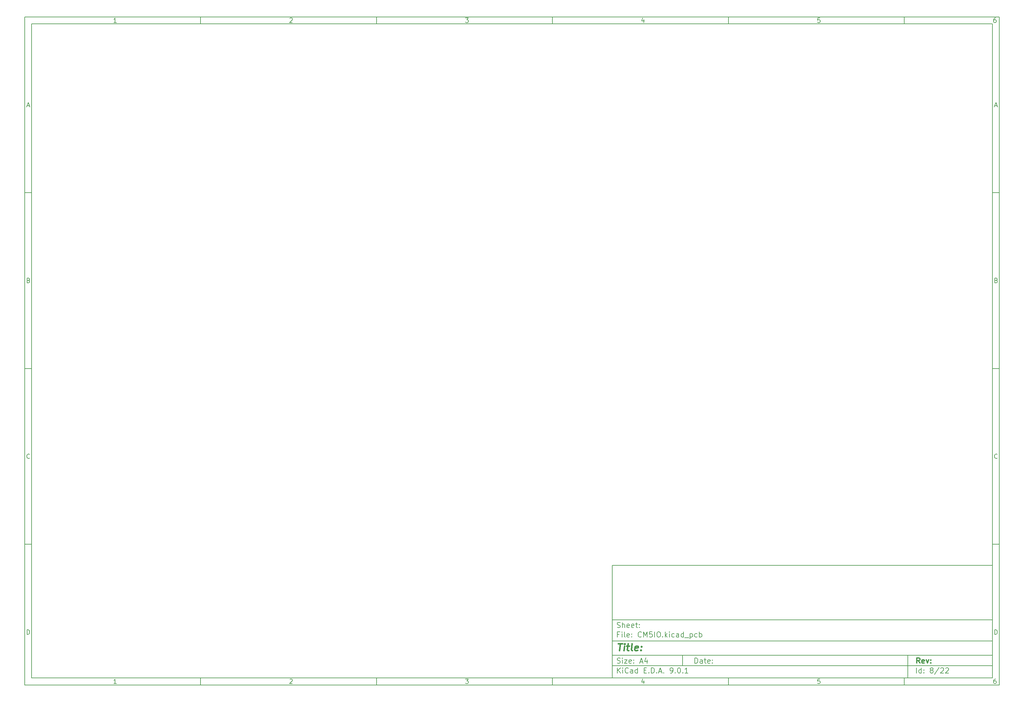
<source format=gbp>
G04 #@! TF.GenerationSoftware,KiCad,Pcbnew,9.0.1*
G04 #@! TF.CreationDate,2025-04-26T19:09:57-05:00*
G04 #@! TF.ProjectId,CM5IO,434d3549-4f2e-46b6-9963-61645f706362,rev?*
G04 #@! TF.SameCoordinates,Original*
G04 #@! TF.FileFunction,Paste,Bot*
G04 #@! TF.FilePolarity,Positive*
%FSLAX46Y46*%
G04 Gerber Fmt 4.6, Leading zero omitted, Abs format (unit mm)*
G04 Created by KiCad (PCBNEW 9.0.1) date 2025-04-26 19:09:57*
%MOMM*%
%LPD*%
G01*
G04 APERTURE LIST*
%ADD10C,0.100000*%
%ADD11C,0.150000*%
%ADD12C,0.300000*%
%ADD13C,0.400000*%
G04 APERTURE END LIST*
D10*
D11*
X177002200Y-166007200D02*
X285002200Y-166007200D01*
X285002200Y-198007200D01*
X177002200Y-198007200D01*
X177002200Y-166007200D01*
D10*
D11*
X10000000Y-10000000D02*
X287002200Y-10000000D01*
X287002200Y-200007200D01*
X10000000Y-200007200D01*
X10000000Y-10000000D01*
D10*
D11*
X12000000Y-12000000D02*
X285002200Y-12000000D01*
X285002200Y-198007200D01*
X12000000Y-198007200D01*
X12000000Y-12000000D01*
D10*
D11*
X60000000Y-12000000D02*
X60000000Y-10000000D01*
D10*
D11*
X110000000Y-12000000D02*
X110000000Y-10000000D01*
D10*
D11*
X160000000Y-12000000D02*
X160000000Y-10000000D01*
D10*
D11*
X210000000Y-12000000D02*
X210000000Y-10000000D01*
D10*
D11*
X260000000Y-12000000D02*
X260000000Y-10000000D01*
D10*
D11*
X36089160Y-11593604D02*
X35346303Y-11593604D01*
X35717731Y-11593604D02*
X35717731Y-10293604D01*
X35717731Y-10293604D02*
X35593922Y-10479319D01*
X35593922Y-10479319D02*
X35470112Y-10603128D01*
X35470112Y-10603128D02*
X35346303Y-10665033D01*
D10*
D11*
X85346303Y-10417414D02*
X85408207Y-10355509D01*
X85408207Y-10355509D02*
X85532017Y-10293604D01*
X85532017Y-10293604D02*
X85841541Y-10293604D01*
X85841541Y-10293604D02*
X85965350Y-10355509D01*
X85965350Y-10355509D02*
X86027255Y-10417414D01*
X86027255Y-10417414D02*
X86089160Y-10541223D01*
X86089160Y-10541223D02*
X86089160Y-10665033D01*
X86089160Y-10665033D02*
X86027255Y-10850747D01*
X86027255Y-10850747D02*
X85284398Y-11593604D01*
X85284398Y-11593604D02*
X86089160Y-11593604D01*
D10*
D11*
X135284398Y-10293604D02*
X136089160Y-10293604D01*
X136089160Y-10293604D02*
X135655826Y-10788842D01*
X135655826Y-10788842D02*
X135841541Y-10788842D01*
X135841541Y-10788842D02*
X135965350Y-10850747D01*
X135965350Y-10850747D02*
X136027255Y-10912652D01*
X136027255Y-10912652D02*
X136089160Y-11036461D01*
X136089160Y-11036461D02*
X136089160Y-11345985D01*
X136089160Y-11345985D02*
X136027255Y-11469795D01*
X136027255Y-11469795D02*
X135965350Y-11531700D01*
X135965350Y-11531700D02*
X135841541Y-11593604D01*
X135841541Y-11593604D02*
X135470112Y-11593604D01*
X135470112Y-11593604D02*
X135346303Y-11531700D01*
X135346303Y-11531700D02*
X135284398Y-11469795D01*
D10*
D11*
X185965350Y-10726938D02*
X185965350Y-11593604D01*
X185655826Y-10231700D02*
X185346303Y-11160271D01*
X185346303Y-11160271D02*
X186151064Y-11160271D01*
D10*
D11*
X236027255Y-10293604D02*
X235408207Y-10293604D01*
X235408207Y-10293604D02*
X235346303Y-10912652D01*
X235346303Y-10912652D02*
X235408207Y-10850747D01*
X235408207Y-10850747D02*
X235532017Y-10788842D01*
X235532017Y-10788842D02*
X235841541Y-10788842D01*
X235841541Y-10788842D02*
X235965350Y-10850747D01*
X235965350Y-10850747D02*
X236027255Y-10912652D01*
X236027255Y-10912652D02*
X236089160Y-11036461D01*
X236089160Y-11036461D02*
X236089160Y-11345985D01*
X236089160Y-11345985D02*
X236027255Y-11469795D01*
X236027255Y-11469795D02*
X235965350Y-11531700D01*
X235965350Y-11531700D02*
X235841541Y-11593604D01*
X235841541Y-11593604D02*
X235532017Y-11593604D01*
X235532017Y-11593604D02*
X235408207Y-11531700D01*
X235408207Y-11531700D02*
X235346303Y-11469795D01*
D10*
D11*
X285965350Y-10293604D02*
X285717731Y-10293604D01*
X285717731Y-10293604D02*
X285593922Y-10355509D01*
X285593922Y-10355509D02*
X285532017Y-10417414D01*
X285532017Y-10417414D02*
X285408207Y-10603128D01*
X285408207Y-10603128D02*
X285346303Y-10850747D01*
X285346303Y-10850747D02*
X285346303Y-11345985D01*
X285346303Y-11345985D02*
X285408207Y-11469795D01*
X285408207Y-11469795D02*
X285470112Y-11531700D01*
X285470112Y-11531700D02*
X285593922Y-11593604D01*
X285593922Y-11593604D02*
X285841541Y-11593604D01*
X285841541Y-11593604D02*
X285965350Y-11531700D01*
X285965350Y-11531700D02*
X286027255Y-11469795D01*
X286027255Y-11469795D02*
X286089160Y-11345985D01*
X286089160Y-11345985D02*
X286089160Y-11036461D01*
X286089160Y-11036461D02*
X286027255Y-10912652D01*
X286027255Y-10912652D02*
X285965350Y-10850747D01*
X285965350Y-10850747D02*
X285841541Y-10788842D01*
X285841541Y-10788842D02*
X285593922Y-10788842D01*
X285593922Y-10788842D02*
X285470112Y-10850747D01*
X285470112Y-10850747D02*
X285408207Y-10912652D01*
X285408207Y-10912652D02*
X285346303Y-11036461D01*
D10*
D11*
X60000000Y-198007200D02*
X60000000Y-200007200D01*
D10*
D11*
X110000000Y-198007200D02*
X110000000Y-200007200D01*
D10*
D11*
X160000000Y-198007200D02*
X160000000Y-200007200D01*
D10*
D11*
X210000000Y-198007200D02*
X210000000Y-200007200D01*
D10*
D11*
X260000000Y-198007200D02*
X260000000Y-200007200D01*
D10*
D11*
X36089160Y-199600804D02*
X35346303Y-199600804D01*
X35717731Y-199600804D02*
X35717731Y-198300804D01*
X35717731Y-198300804D02*
X35593922Y-198486519D01*
X35593922Y-198486519D02*
X35470112Y-198610328D01*
X35470112Y-198610328D02*
X35346303Y-198672233D01*
D10*
D11*
X85346303Y-198424614D02*
X85408207Y-198362709D01*
X85408207Y-198362709D02*
X85532017Y-198300804D01*
X85532017Y-198300804D02*
X85841541Y-198300804D01*
X85841541Y-198300804D02*
X85965350Y-198362709D01*
X85965350Y-198362709D02*
X86027255Y-198424614D01*
X86027255Y-198424614D02*
X86089160Y-198548423D01*
X86089160Y-198548423D02*
X86089160Y-198672233D01*
X86089160Y-198672233D02*
X86027255Y-198857947D01*
X86027255Y-198857947D02*
X85284398Y-199600804D01*
X85284398Y-199600804D02*
X86089160Y-199600804D01*
D10*
D11*
X135284398Y-198300804D02*
X136089160Y-198300804D01*
X136089160Y-198300804D02*
X135655826Y-198796042D01*
X135655826Y-198796042D02*
X135841541Y-198796042D01*
X135841541Y-198796042D02*
X135965350Y-198857947D01*
X135965350Y-198857947D02*
X136027255Y-198919852D01*
X136027255Y-198919852D02*
X136089160Y-199043661D01*
X136089160Y-199043661D02*
X136089160Y-199353185D01*
X136089160Y-199353185D02*
X136027255Y-199476995D01*
X136027255Y-199476995D02*
X135965350Y-199538900D01*
X135965350Y-199538900D02*
X135841541Y-199600804D01*
X135841541Y-199600804D02*
X135470112Y-199600804D01*
X135470112Y-199600804D02*
X135346303Y-199538900D01*
X135346303Y-199538900D02*
X135284398Y-199476995D01*
D10*
D11*
X185965350Y-198734138D02*
X185965350Y-199600804D01*
X185655826Y-198238900D02*
X185346303Y-199167471D01*
X185346303Y-199167471D02*
X186151064Y-199167471D01*
D10*
D11*
X236027255Y-198300804D02*
X235408207Y-198300804D01*
X235408207Y-198300804D02*
X235346303Y-198919852D01*
X235346303Y-198919852D02*
X235408207Y-198857947D01*
X235408207Y-198857947D02*
X235532017Y-198796042D01*
X235532017Y-198796042D02*
X235841541Y-198796042D01*
X235841541Y-198796042D02*
X235965350Y-198857947D01*
X235965350Y-198857947D02*
X236027255Y-198919852D01*
X236027255Y-198919852D02*
X236089160Y-199043661D01*
X236089160Y-199043661D02*
X236089160Y-199353185D01*
X236089160Y-199353185D02*
X236027255Y-199476995D01*
X236027255Y-199476995D02*
X235965350Y-199538900D01*
X235965350Y-199538900D02*
X235841541Y-199600804D01*
X235841541Y-199600804D02*
X235532017Y-199600804D01*
X235532017Y-199600804D02*
X235408207Y-199538900D01*
X235408207Y-199538900D02*
X235346303Y-199476995D01*
D10*
D11*
X285965350Y-198300804D02*
X285717731Y-198300804D01*
X285717731Y-198300804D02*
X285593922Y-198362709D01*
X285593922Y-198362709D02*
X285532017Y-198424614D01*
X285532017Y-198424614D02*
X285408207Y-198610328D01*
X285408207Y-198610328D02*
X285346303Y-198857947D01*
X285346303Y-198857947D02*
X285346303Y-199353185D01*
X285346303Y-199353185D02*
X285408207Y-199476995D01*
X285408207Y-199476995D02*
X285470112Y-199538900D01*
X285470112Y-199538900D02*
X285593922Y-199600804D01*
X285593922Y-199600804D02*
X285841541Y-199600804D01*
X285841541Y-199600804D02*
X285965350Y-199538900D01*
X285965350Y-199538900D02*
X286027255Y-199476995D01*
X286027255Y-199476995D02*
X286089160Y-199353185D01*
X286089160Y-199353185D02*
X286089160Y-199043661D01*
X286089160Y-199043661D02*
X286027255Y-198919852D01*
X286027255Y-198919852D02*
X285965350Y-198857947D01*
X285965350Y-198857947D02*
X285841541Y-198796042D01*
X285841541Y-198796042D02*
X285593922Y-198796042D01*
X285593922Y-198796042D02*
X285470112Y-198857947D01*
X285470112Y-198857947D02*
X285408207Y-198919852D01*
X285408207Y-198919852D02*
X285346303Y-199043661D01*
D10*
D11*
X10000000Y-60000000D02*
X12000000Y-60000000D01*
D10*
D11*
X10000000Y-110000000D02*
X12000000Y-110000000D01*
D10*
D11*
X10000000Y-160000000D02*
X12000000Y-160000000D01*
D10*
D11*
X10690476Y-35222176D02*
X11309523Y-35222176D01*
X10566666Y-35593604D02*
X10999999Y-34293604D01*
X10999999Y-34293604D02*
X11433333Y-35593604D01*
D10*
D11*
X11092857Y-84912652D02*
X11278571Y-84974557D01*
X11278571Y-84974557D02*
X11340476Y-85036461D01*
X11340476Y-85036461D02*
X11402380Y-85160271D01*
X11402380Y-85160271D02*
X11402380Y-85345985D01*
X11402380Y-85345985D02*
X11340476Y-85469795D01*
X11340476Y-85469795D02*
X11278571Y-85531700D01*
X11278571Y-85531700D02*
X11154761Y-85593604D01*
X11154761Y-85593604D02*
X10659523Y-85593604D01*
X10659523Y-85593604D02*
X10659523Y-84293604D01*
X10659523Y-84293604D02*
X11092857Y-84293604D01*
X11092857Y-84293604D02*
X11216666Y-84355509D01*
X11216666Y-84355509D02*
X11278571Y-84417414D01*
X11278571Y-84417414D02*
X11340476Y-84541223D01*
X11340476Y-84541223D02*
X11340476Y-84665033D01*
X11340476Y-84665033D02*
X11278571Y-84788842D01*
X11278571Y-84788842D02*
X11216666Y-84850747D01*
X11216666Y-84850747D02*
X11092857Y-84912652D01*
X11092857Y-84912652D02*
X10659523Y-84912652D01*
D10*
D11*
X11402380Y-135469795D02*
X11340476Y-135531700D01*
X11340476Y-135531700D02*
X11154761Y-135593604D01*
X11154761Y-135593604D02*
X11030952Y-135593604D01*
X11030952Y-135593604D02*
X10845238Y-135531700D01*
X10845238Y-135531700D02*
X10721428Y-135407890D01*
X10721428Y-135407890D02*
X10659523Y-135284080D01*
X10659523Y-135284080D02*
X10597619Y-135036461D01*
X10597619Y-135036461D02*
X10597619Y-134850747D01*
X10597619Y-134850747D02*
X10659523Y-134603128D01*
X10659523Y-134603128D02*
X10721428Y-134479319D01*
X10721428Y-134479319D02*
X10845238Y-134355509D01*
X10845238Y-134355509D02*
X11030952Y-134293604D01*
X11030952Y-134293604D02*
X11154761Y-134293604D01*
X11154761Y-134293604D02*
X11340476Y-134355509D01*
X11340476Y-134355509D02*
X11402380Y-134417414D01*
D10*
D11*
X10659523Y-185593604D02*
X10659523Y-184293604D01*
X10659523Y-184293604D02*
X10969047Y-184293604D01*
X10969047Y-184293604D02*
X11154761Y-184355509D01*
X11154761Y-184355509D02*
X11278571Y-184479319D01*
X11278571Y-184479319D02*
X11340476Y-184603128D01*
X11340476Y-184603128D02*
X11402380Y-184850747D01*
X11402380Y-184850747D02*
X11402380Y-185036461D01*
X11402380Y-185036461D02*
X11340476Y-185284080D01*
X11340476Y-185284080D02*
X11278571Y-185407890D01*
X11278571Y-185407890D02*
X11154761Y-185531700D01*
X11154761Y-185531700D02*
X10969047Y-185593604D01*
X10969047Y-185593604D02*
X10659523Y-185593604D01*
D10*
D11*
X287002200Y-60000000D02*
X285002200Y-60000000D01*
D10*
D11*
X287002200Y-110000000D02*
X285002200Y-110000000D01*
D10*
D11*
X287002200Y-160000000D02*
X285002200Y-160000000D01*
D10*
D11*
X285692676Y-35222176D02*
X286311723Y-35222176D01*
X285568866Y-35593604D02*
X286002199Y-34293604D01*
X286002199Y-34293604D02*
X286435533Y-35593604D01*
D10*
D11*
X286095057Y-84912652D02*
X286280771Y-84974557D01*
X286280771Y-84974557D02*
X286342676Y-85036461D01*
X286342676Y-85036461D02*
X286404580Y-85160271D01*
X286404580Y-85160271D02*
X286404580Y-85345985D01*
X286404580Y-85345985D02*
X286342676Y-85469795D01*
X286342676Y-85469795D02*
X286280771Y-85531700D01*
X286280771Y-85531700D02*
X286156961Y-85593604D01*
X286156961Y-85593604D02*
X285661723Y-85593604D01*
X285661723Y-85593604D02*
X285661723Y-84293604D01*
X285661723Y-84293604D02*
X286095057Y-84293604D01*
X286095057Y-84293604D02*
X286218866Y-84355509D01*
X286218866Y-84355509D02*
X286280771Y-84417414D01*
X286280771Y-84417414D02*
X286342676Y-84541223D01*
X286342676Y-84541223D02*
X286342676Y-84665033D01*
X286342676Y-84665033D02*
X286280771Y-84788842D01*
X286280771Y-84788842D02*
X286218866Y-84850747D01*
X286218866Y-84850747D02*
X286095057Y-84912652D01*
X286095057Y-84912652D02*
X285661723Y-84912652D01*
D10*
D11*
X286404580Y-135469795D02*
X286342676Y-135531700D01*
X286342676Y-135531700D02*
X286156961Y-135593604D01*
X286156961Y-135593604D02*
X286033152Y-135593604D01*
X286033152Y-135593604D02*
X285847438Y-135531700D01*
X285847438Y-135531700D02*
X285723628Y-135407890D01*
X285723628Y-135407890D02*
X285661723Y-135284080D01*
X285661723Y-135284080D02*
X285599819Y-135036461D01*
X285599819Y-135036461D02*
X285599819Y-134850747D01*
X285599819Y-134850747D02*
X285661723Y-134603128D01*
X285661723Y-134603128D02*
X285723628Y-134479319D01*
X285723628Y-134479319D02*
X285847438Y-134355509D01*
X285847438Y-134355509D02*
X286033152Y-134293604D01*
X286033152Y-134293604D02*
X286156961Y-134293604D01*
X286156961Y-134293604D02*
X286342676Y-134355509D01*
X286342676Y-134355509D02*
X286404580Y-134417414D01*
D10*
D11*
X285661723Y-185593604D02*
X285661723Y-184293604D01*
X285661723Y-184293604D02*
X285971247Y-184293604D01*
X285971247Y-184293604D02*
X286156961Y-184355509D01*
X286156961Y-184355509D02*
X286280771Y-184479319D01*
X286280771Y-184479319D02*
X286342676Y-184603128D01*
X286342676Y-184603128D02*
X286404580Y-184850747D01*
X286404580Y-184850747D02*
X286404580Y-185036461D01*
X286404580Y-185036461D02*
X286342676Y-185284080D01*
X286342676Y-185284080D02*
X286280771Y-185407890D01*
X286280771Y-185407890D02*
X286156961Y-185531700D01*
X286156961Y-185531700D02*
X285971247Y-185593604D01*
X285971247Y-185593604D02*
X285661723Y-185593604D01*
D10*
D11*
X200458026Y-193793328D02*
X200458026Y-192293328D01*
X200458026Y-192293328D02*
X200815169Y-192293328D01*
X200815169Y-192293328D02*
X201029455Y-192364757D01*
X201029455Y-192364757D02*
X201172312Y-192507614D01*
X201172312Y-192507614D02*
X201243741Y-192650471D01*
X201243741Y-192650471D02*
X201315169Y-192936185D01*
X201315169Y-192936185D02*
X201315169Y-193150471D01*
X201315169Y-193150471D02*
X201243741Y-193436185D01*
X201243741Y-193436185D02*
X201172312Y-193579042D01*
X201172312Y-193579042D02*
X201029455Y-193721900D01*
X201029455Y-193721900D02*
X200815169Y-193793328D01*
X200815169Y-193793328D02*
X200458026Y-193793328D01*
X202600884Y-193793328D02*
X202600884Y-193007614D01*
X202600884Y-193007614D02*
X202529455Y-192864757D01*
X202529455Y-192864757D02*
X202386598Y-192793328D01*
X202386598Y-192793328D02*
X202100884Y-192793328D01*
X202100884Y-192793328D02*
X201958026Y-192864757D01*
X202600884Y-193721900D02*
X202458026Y-193793328D01*
X202458026Y-193793328D02*
X202100884Y-193793328D01*
X202100884Y-193793328D02*
X201958026Y-193721900D01*
X201958026Y-193721900D02*
X201886598Y-193579042D01*
X201886598Y-193579042D02*
X201886598Y-193436185D01*
X201886598Y-193436185D02*
X201958026Y-193293328D01*
X201958026Y-193293328D02*
X202100884Y-193221900D01*
X202100884Y-193221900D02*
X202458026Y-193221900D01*
X202458026Y-193221900D02*
X202600884Y-193150471D01*
X203100884Y-192793328D02*
X203672312Y-192793328D01*
X203315169Y-192293328D02*
X203315169Y-193579042D01*
X203315169Y-193579042D02*
X203386598Y-193721900D01*
X203386598Y-193721900D02*
X203529455Y-193793328D01*
X203529455Y-193793328D02*
X203672312Y-193793328D01*
X204743741Y-193721900D02*
X204600884Y-193793328D01*
X204600884Y-193793328D02*
X204315170Y-193793328D01*
X204315170Y-193793328D02*
X204172312Y-193721900D01*
X204172312Y-193721900D02*
X204100884Y-193579042D01*
X204100884Y-193579042D02*
X204100884Y-193007614D01*
X204100884Y-193007614D02*
X204172312Y-192864757D01*
X204172312Y-192864757D02*
X204315170Y-192793328D01*
X204315170Y-192793328D02*
X204600884Y-192793328D01*
X204600884Y-192793328D02*
X204743741Y-192864757D01*
X204743741Y-192864757D02*
X204815170Y-193007614D01*
X204815170Y-193007614D02*
X204815170Y-193150471D01*
X204815170Y-193150471D02*
X204100884Y-193293328D01*
X205458026Y-193650471D02*
X205529455Y-193721900D01*
X205529455Y-193721900D02*
X205458026Y-193793328D01*
X205458026Y-193793328D02*
X205386598Y-193721900D01*
X205386598Y-193721900D02*
X205458026Y-193650471D01*
X205458026Y-193650471D02*
X205458026Y-193793328D01*
X205458026Y-192864757D02*
X205529455Y-192936185D01*
X205529455Y-192936185D02*
X205458026Y-193007614D01*
X205458026Y-193007614D02*
X205386598Y-192936185D01*
X205386598Y-192936185D02*
X205458026Y-192864757D01*
X205458026Y-192864757D02*
X205458026Y-193007614D01*
D10*
D11*
X177002200Y-194507200D02*
X285002200Y-194507200D01*
D10*
D11*
X178458026Y-196593328D02*
X178458026Y-195093328D01*
X179315169Y-196593328D02*
X178672312Y-195736185D01*
X179315169Y-195093328D02*
X178458026Y-195950471D01*
X179958026Y-196593328D02*
X179958026Y-195593328D01*
X179958026Y-195093328D02*
X179886598Y-195164757D01*
X179886598Y-195164757D02*
X179958026Y-195236185D01*
X179958026Y-195236185D02*
X180029455Y-195164757D01*
X180029455Y-195164757D02*
X179958026Y-195093328D01*
X179958026Y-195093328D02*
X179958026Y-195236185D01*
X181529455Y-196450471D02*
X181458027Y-196521900D01*
X181458027Y-196521900D02*
X181243741Y-196593328D01*
X181243741Y-196593328D02*
X181100884Y-196593328D01*
X181100884Y-196593328D02*
X180886598Y-196521900D01*
X180886598Y-196521900D02*
X180743741Y-196379042D01*
X180743741Y-196379042D02*
X180672312Y-196236185D01*
X180672312Y-196236185D02*
X180600884Y-195950471D01*
X180600884Y-195950471D02*
X180600884Y-195736185D01*
X180600884Y-195736185D02*
X180672312Y-195450471D01*
X180672312Y-195450471D02*
X180743741Y-195307614D01*
X180743741Y-195307614D02*
X180886598Y-195164757D01*
X180886598Y-195164757D02*
X181100884Y-195093328D01*
X181100884Y-195093328D02*
X181243741Y-195093328D01*
X181243741Y-195093328D02*
X181458027Y-195164757D01*
X181458027Y-195164757D02*
X181529455Y-195236185D01*
X182815170Y-196593328D02*
X182815170Y-195807614D01*
X182815170Y-195807614D02*
X182743741Y-195664757D01*
X182743741Y-195664757D02*
X182600884Y-195593328D01*
X182600884Y-195593328D02*
X182315170Y-195593328D01*
X182315170Y-195593328D02*
X182172312Y-195664757D01*
X182815170Y-196521900D02*
X182672312Y-196593328D01*
X182672312Y-196593328D02*
X182315170Y-196593328D01*
X182315170Y-196593328D02*
X182172312Y-196521900D01*
X182172312Y-196521900D02*
X182100884Y-196379042D01*
X182100884Y-196379042D02*
X182100884Y-196236185D01*
X182100884Y-196236185D02*
X182172312Y-196093328D01*
X182172312Y-196093328D02*
X182315170Y-196021900D01*
X182315170Y-196021900D02*
X182672312Y-196021900D01*
X182672312Y-196021900D02*
X182815170Y-195950471D01*
X184172313Y-196593328D02*
X184172313Y-195093328D01*
X184172313Y-196521900D02*
X184029455Y-196593328D01*
X184029455Y-196593328D02*
X183743741Y-196593328D01*
X183743741Y-196593328D02*
X183600884Y-196521900D01*
X183600884Y-196521900D02*
X183529455Y-196450471D01*
X183529455Y-196450471D02*
X183458027Y-196307614D01*
X183458027Y-196307614D02*
X183458027Y-195879042D01*
X183458027Y-195879042D02*
X183529455Y-195736185D01*
X183529455Y-195736185D02*
X183600884Y-195664757D01*
X183600884Y-195664757D02*
X183743741Y-195593328D01*
X183743741Y-195593328D02*
X184029455Y-195593328D01*
X184029455Y-195593328D02*
X184172313Y-195664757D01*
X186029455Y-195807614D02*
X186529455Y-195807614D01*
X186743741Y-196593328D02*
X186029455Y-196593328D01*
X186029455Y-196593328D02*
X186029455Y-195093328D01*
X186029455Y-195093328D02*
X186743741Y-195093328D01*
X187386598Y-196450471D02*
X187458027Y-196521900D01*
X187458027Y-196521900D02*
X187386598Y-196593328D01*
X187386598Y-196593328D02*
X187315170Y-196521900D01*
X187315170Y-196521900D02*
X187386598Y-196450471D01*
X187386598Y-196450471D02*
X187386598Y-196593328D01*
X188100884Y-196593328D02*
X188100884Y-195093328D01*
X188100884Y-195093328D02*
X188458027Y-195093328D01*
X188458027Y-195093328D02*
X188672313Y-195164757D01*
X188672313Y-195164757D02*
X188815170Y-195307614D01*
X188815170Y-195307614D02*
X188886599Y-195450471D01*
X188886599Y-195450471D02*
X188958027Y-195736185D01*
X188958027Y-195736185D02*
X188958027Y-195950471D01*
X188958027Y-195950471D02*
X188886599Y-196236185D01*
X188886599Y-196236185D02*
X188815170Y-196379042D01*
X188815170Y-196379042D02*
X188672313Y-196521900D01*
X188672313Y-196521900D02*
X188458027Y-196593328D01*
X188458027Y-196593328D02*
X188100884Y-196593328D01*
X189600884Y-196450471D02*
X189672313Y-196521900D01*
X189672313Y-196521900D02*
X189600884Y-196593328D01*
X189600884Y-196593328D02*
X189529456Y-196521900D01*
X189529456Y-196521900D02*
X189600884Y-196450471D01*
X189600884Y-196450471D02*
X189600884Y-196593328D01*
X190243742Y-196164757D02*
X190958028Y-196164757D01*
X190100885Y-196593328D02*
X190600885Y-195093328D01*
X190600885Y-195093328D02*
X191100885Y-196593328D01*
X191600884Y-196450471D02*
X191672313Y-196521900D01*
X191672313Y-196521900D02*
X191600884Y-196593328D01*
X191600884Y-196593328D02*
X191529456Y-196521900D01*
X191529456Y-196521900D02*
X191600884Y-196450471D01*
X191600884Y-196450471D02*
X191600884Y-196593328D01*
X193529456Y-196593328D02*
X193815170Y-196593328D01*
X193815170Y-196593328D02*
X193958027Y-196521900D01*
X193958027Y-196521900D02*
X194029456Y-196450471D01*
X194029456Y-196450471D02*
X194172313Y-196236185D01*
X194172313Y-196236185D02*
X194243742Y-195950471D01*
X194243742Y-195950471D02*
X194243742Y-195379042D01*
X194243742Y-195379042D02*
X194172313Y-195236185D01*
X194172313Y-195236185D02*
X194100885Y-195164757D01*
X194100885Y-195164757D02*
X193958027Y-195093328D01*
X193958027Y-195093328D02*
X193672313Y-195093328D01*
X193672313Y-195093328D02*
X193529456Y-195164757D01*
X193529456Y-195164757D02*
X193458027Y-195236185D01*
X193458027Y-195236185D02*
X193386599Y-195379042D01*
X193386599Y-195379042D02*
X193386599Y-195736185D01*
X193386599Y-195736185D02*
X193458027Y-195879042D01*
X193458027Y-195879042D02*
X193529456Y-195950471D01*
X193529456Y-195950471D02*
X193672313Y-196021900D01*
X193672313Y-196021900D02*
X193958027Y-196021900D01*
X193958027Y-196021900D02*
X194100885Y-195950471D01*
X194100885Y-195950471D02*
X194172313Y-195879042D01*
X194172313Y-195879042D02*
X194243742Y-195736185D01*
X194886598Y-196450471D02*
X194958027Y-196521900D01*
X194958027Y-196521900D02*
X194886598Y-196593328D01*
X194886598Y-196593328D02*
X194815170Y-196521900D01*
X194815170Y-196521900D02*
X194886598Y-196450471D01*
X194886598Y-196450471D02*
X194886598Y-196593328D01*
X195886599Y-195093328D02*
X196029456Y-195093328D01*
X196029456Y-195093328D02*
X196172313Y-195164757D01*
X196172313Y-195164757D02*
X196243742Y-195236185D01*
X196243742Y-195236185D02*
X196315170Y-195379042D01*
X196315170Y-195379042D02*
X196386599Y-195664757D01*
X196386599Y-195664757D02*
X196386599Y-196021900D01*
X196386599Y-196021900D02*
X196315170Y-196307614D01*
X196315170Y-196307614D02*
X196243742Y-196450471D01*
X196243742Y-196450471D02*
X196172313Y-196521900D01*
X196172313Y-196521900D02*
X196029456Y-196593328D01*
X196029456Y-196593328D02*
X195886599Y-196593328D01*
X195886599Y-196593328D02*
X195743742Y-196521900D01*
X195743742Y-196521900D02*
X195672313Y-196450471D01*
X195672313Y-196450471D02*
X195600884Y-196307614D01*
X195600884Y-196307614D02*
X195529456Y-196021900D01*
X195529456Y-196021900D02*
X195529456Y-195664757D01*
X195529456Y-195664757D02*
X195600884Y-195379042D01*
X195600884Y-195379042D02*
X195672313Y-195236185D01*
X195672313Y-195236185D02*
X195743742Y-195164757D01*
X195743742Y-195164757D02*
X195886599Y-195093328D01*
X197029455Y-196450471D02*
X197100884Y-196521900D01*
X197100884Y-196521900D02*
X197029455Y-196593328D01*
X197029455Y-196593328D02*
X196958027Y-196521900D01*
X196958027Y-196521900D02*
X197029455Y-196450471D01*
X197029455Y-196450471D02*
X197029455Y-196593328D01*
X198529456Y-196593328D02*
X197672313Y-196593328D01*
X198100884Y-196593328D02*
X198100884Y-195093328D01*
X198100884Y-195093328D02*
X197958027Y-195307614D01*
X197958027Y-195307614D02*
X197815170Y-195450471D01*
X197815170Y-195450471D02*
X197672313Y-195521900D01*
D10*
D11*
X177002200Y-191507200D02*
X285002200Y-191507200D01*
D10*
D12*
X264413853Y-193785528D02*
X263913853Y-193071242D01*
X263556710Y-193785528D02*
X263556710Y-192285528D01*
X263556710Y-192285528D02*
X264128139Y-192285528D01*
X264128139Y-192285528D02*
X264270996Y-192356957D01*
X264270996Y-192356957D02*
X264342425Y-192428385D01*
X264342425Y-192428385D02*
X264413853Y-192571242D01*
X264413853Y-192571242D02*
X264413853Y-192785528D01*
X264413853Y-192785528D02*
X264342425Y-192928385D01*
X264342425Y-192928385D02*
X264270996Y-192999814D01*
X264270996Y-192999814D02*
X264128139Y-193071242D01*
X264128139Y-193071242D02*
X263556710Y-193071242D01*
X265628139Y-193714100D02*
X265485282Y-193785528D01*
X265485282Y-193785528D02*
X265199568Y-193785528D01*
X265199568Y-193785528D02*
X265056710Y-193714100D01*
X265056710Y-193714100D02*
X264985282Y-193571242D01*
X264985282Y-193571242D02*
X264985282Y-192999814D01*
X264985282Y-192999814D02*
X265056710Y-192856957D01*
X265056710Y-192856957D02*
X265199568Y-192785528D01*
X265199568Y-192785528D02*
X265485282Y-192785528D01*
X265485282Y-192785528D02*
X265628139Y-192856957D01*
X265628139Y-192856957D02*
X265699568Y-192999814D01*
X265699568Y-192999814D02*
X265699568Y-193142671D01*
X265699568Y-193142671D02*
X264985282Y-193285528D01*
X266199567Y-192785528D02*
X266556710Y-193785528D01*
X266556710Y-193785528D02*
X266913853Y-192785528D01*
X267485281Y-193642671D02*
X267556710Y-193714100D01*
X267556710Y-193714100D02*
X267485281Y-193785528D01*
X267485281Y-193785528D02*
X267413853Y-193714100D01*
X267413853Y-193714100D02*
X267485281Y-193642671D01*
X267485281Y-193642671D02*
X267485281Y-193785528D01*
X267485281Y-192856957D02*
X267556710Y-192928385D01*
X267556710Y-192928385D02*
X267485281Y-192999814D01*
X267485281Y-192999814D02*
X267413853Y-192928385D01*
X267413853Y-192928385D02*
X267485281Y-192856957D01*
X267485281Y-192856957D02*
X267485281Y-192999814D01*
D10*
D11*
X178386598Y-193721900D02*
X178600884Y-193793328D01*
X178600884Y-193793328D02*
X178958026Y-193793328D01*
X178958026Y-193793328D02*
X179100884Y-193721900D01*
X179100884Y-193721900D02*
X179172312Y-193650471D01*
X179172312Y-193650471D02*
X179243741Y-193507614D01*
X179243741Y-193507614D02*
X179243741Y-193364757D01*
X179243741Y-193364757D02*
X179172312Y-193221900D01*
X179172312Y-193221900D02*
X179100884Y-193150471D01*
X179100884Y-193150471D02*
X178958026Y-193079042D01*
X178958026Y-193079042D02*
X178672312Y-193007614D01*
X178672312Y-193007614D02*
X178529455Y-192936185D01*
X178529455Y-192936185D02*
X178458026Y-192864757D01*
X178458026Y-192864757D02*
X178386598Y-192721900D01*
X178386598Y-192721900D02*
X178386598Y-192579042D01*
X178386598Y-192579042D02*
X178458026Y-192436185D01*
X178458026Y-192436185D02*
X178529455Y-192364757D01*
X178529455Y-192364757D02*
X178672312Y-192293328D01*
X178672312Y-192293328D02*
X179029455Y-192293328D01*
X179029455Y-192293328D02*
X179243741Y-192364757D01*
X179886597Y-193793328D02*
X179886597Y-192793328D01*
X179886597Y-192293328D02*
X179815169Y-192364757D01*
X179815169Y-192364757D02*
X179886597Y-192436185D01*
X179886597Y-192436185D02*
X179958026Y-192364757D01*
X179958026Y-192364757D02*
X179886597Y-192293328D01*
X179886597Y-192293328D02*
X179886597Y-192436185D01*
X180458026Y-192793328D02*
X181243741Y-192793328D01*
X181243741Y-192793328D02*
X180458026Y-193793328D01*
X180458026Y-193793328D02*
X181243741Y-193793328D01*
X182386598Y-193721900D02*
X182243741Y-193793328D01*
X182243741Y-193793328D02*
X181958027Y-193793328D01*
X181958027Y-193793328D02*
X181815169Y-193721900D01*
X181815169Y-193721900D02*
X181743741Y-193579042D01*
X181743741Y-193579042D02*
X181743741Y-193007614D01*
X181743741Y-193007614D02*
X181815169Y-192864757D01*
X181815169Y-192864757D02*
X181958027Y-192793328D01*
X181958027Y-192793328D02*
X182243741Y-192793328D01*
X182243741Y-192793328D02*
X182386598Y-192864757D01*
X182386598Y-192864757D02*
X182458027Y-193007614D01*
X182458027Y-193007614D02*
X182458027Y-193150471D01*
X182458027Y-193150471D02*
X181743741Y-193293328D01*
X183100883Y-193650471D02*
X183172312Y-193721900D01*
X183172312Y-193721900D02*
X183100883Y-193793328D01*
X183100883Y-193793328D02*
X183029455Y-193721900D01*
X183029455Y-193721900D02*
X183100883Y-193650471D01*
X183100883Y-193650471D02*
X183100883Y-193793328D01*
X183100883Y-192864757D02*
X183172312Y-192936185D01*
X183172312Y-192936185D02*
X183100883Y-193007614D01*
X183100883Y-193007614D02*
X183029455Y-192936185D01*
X183029455Y-192936185D02*
X183100883Y-192864757D01*
X183100883Y-192864757D02*
X183100883Y-193007614D01*
X184886598Y-193364757D02*
X185600884Y-193364757D01*
X184743741Y-193793328D02*
X185243741Y-192293328D01*
X185243741Y-192293328D02*
X185743741Y-193793328D01*
X186886598Y-192793328D02*
X186886598Y-193793328D01*
X186529455Y-192221900D02*
X186172312Y-193293328D01*
X186172312Y-193293328D02*
X187100883Y-193293328D01*
D10*
D11*
X263458026Y-196593328D02*
X263458026Y-195093328D01*
X264815170Y-196593328D02*
X264815170Y-195093328D01*
X264815170Y-196521900D02*
X264672312Y-196593328D01*
X264672312Y-196593328D02*
X264386598Y-196593328D01*
X264386598Y-196593328D02*
X264243741Y-196521900D01*
X264243741Y-196521900D02*
X264172312Y-196450471D01*
X264172312Y-196450471D02*
X264100884Y-196307614D01*
X264100884Y-196307614D02*
X264100884Y-195879042D01*
X264100884Y-195879042D02*
X264172312Y-195736185D01*
X264172312Y-195736185D02*
X264243741Y-195664757D01*
X264243741Y-195664757D02*
X264386598Y-195593328D01*
X264386598Y-195593328D02*
X264672312Y-195593328D01*
X264672312Y-195593328D02*
X264815170Y-195664757D01*
X265529455Y-196450471D02*
X265600884Y-196521900D01*
X265600884Y-196521900D02*
X265529455Y-196593328D01*
X265529455Y-196593328D02*
X265458027Y-196521900D01*
X265458027Y-196521900D02*
X265529455Y-196450471D01*
X265529455Y-196450471D02*
X265529455Y-196593328D01*
X265529455Y-195664757D02*
X265600884Y-195736185D01*
X265600884Y-195736185D02*
X265529455Y-195807614D01*
X265529455Y-195807614D02*
X265458027Y-195736185D01*
X265458027Y-195736185D02*
X265529455Y-195664757D01*
X265529455Y-195664757D02*
X265529455Y-195807614D01*
X267600884Y-195736185D02*
X267458027Y-195664757D01*
X267458027Y-195664757D02*
X267386598Y-195593328D01*
X267386598Y-195593328D02*
X267315170Y-195450471D01*
X267315170Y-195450471D02*
X267315170Y-195379042D01*
X267315170Y-195379042D02*
X267386598Y-195236185D01*
X267386598Y-195236185D02*
X267458027Y-195164757D01*
X267458027Y-195164757D02*
X267600884Y-195093328D01*
X267600884Y-195093328D02*
X267886598Y-195093328D01*
X267886598Y-195093328D02*
X268029456Y-195164757D01*
X268029456Y-195164757D02*
X268100884Y-195236185D01*
X268100884Y-195236185D02*
X268172313Y-195379042D01*
X268172313Y-195379042D02*
X268172313Y-195450471D01*
X268172313Y-195450471D02*
X268100884Y-195593328D01*
X268100884Y-195593328D02*
X268029456Y-195664757D01*
X268029456Y-195664757D02*
X267886598Y-195736185D01*
X267886598Y-195736185D02*
X267600884Y-195736185D01*
X267600884Y-195736185D02*
X267458027Y-195807614D01*
X267458027Y-195807614D02*
X267386598Y-195879042D01*
X267386598Y-195879042D02*
X267315170Y-196021900D01*
X267315170Y-196021900D02*
X267315170Y-196307614D01*
X267315170Y-196307614D02*
X267386598Y-196450471D01*
X267386598Y-196450471D02*
X267458027Y-196521900D01*
X267458027Y-196521900D02*
X267600884Y-196593328D01*
X267600884Y-196593328D02*
X267886598Y-196593328D01*
X267886598Y-196593328D02*
X268029456Y-196521900D01*
X268029456Y-196521900D02*
X268100884Y-196450471D01*
X268100884Y-196450471D02*
X268172313Y-196307614D01*
X268172313Y-196307614D02*
X268172313Y-196021900D01*
X268172313Y-196021900D02*
X268100884Y-195879042D01*
X268100884Y-195879042D02*
X268029456Y-195807614D01*
X268029456Y-195807614D02*
X267886598Y-195736185D01*
X269886598Y-195021900D02*
X268600884Y-196950471D01*
X270315170Y-195236185D02*
X270386598Y-195164757D01*
X270386598Y-195164757D02*
X270529456Y-195093328D01*
X270529456Y-195093328D02*
X270886598Y-195093328D01*
X270886598Y-195093328D02*
X271029456Y-195164757D01*
X271029456Y-195164757D02*
X271100884Y-195236185D01*
X271100884Y-195236185D02*
X271172313Y-195379042D01*
X271172313Y-195379042D02*
X271172313Y-195521900D01*
X271172313Y-195521900D02*
X271100884Y-195736185D01*
X271100884Y-195736185D02*
X270243741Y-196593328D01*
X270243741Y-196593328D02*
X271172313Y-196593328D01*
X271743741Y-195236185D02*
X271815169Y-195164757D01*
X271815169Y-195164757D02*
X271958027Y-195093328D01*
X271958027Y-195093328D02*
X272315169Y-195093328D01*
X272315169Y-195093328D02*
X272458027Y-195164757D01*
X272458027Y-195164757D02*
X272529455Y-195236185D01*
X272529455Y-195236185D02*
X272600884Y-195379042D01*
X272600884Y-195379042D02*
X272600884Y-195521900D01*
X272600884Y-195521900D02*
X272529455Y-195736185D01*
X272529455Y-195736185D02*
X271672312Y-196593328D01*
X271672312Y-196593328D02*
X272600884Y-196593328D01*
D10*
D11*
X177002200Y-187507200D02*
X285002200Y-187507200D01*
D10*
D13*
X178693928Y-188211638D02*
X179836785Y-188211638D01*
X179015357Y-190211638D02*
X179265357Y-188211638D01*
X180253452Y-190211638D02*
X180420119Y-188878304D01*
X180503452Y-188211638D02*
X180396309Y-188306876D01*
X180396309Y-188306876D02*
X180479643Y-188402114D01*
X180479643Y-188402114D02*
X180586786Y-188306876D01*
X180586786Y-188306876D02*
X180503452Y-188211638D01*
X180503452Y-188211638D02*
X180479643Y-188402114D01*
X181086786Y-188878304D02*
X181848690Y-188878304D01*
X181455833Y-188211638D02*
X181241548Y-189925923D01*
X181241548Y-189925923D02*
X181312976Y-190116400D01*
X181312976Y-190116400D02*
X181491548Y-190211638D01*
X181491548Y-190211638D02*
X181682024Y-190211638D01*
X182634405Y-190211638D02*
X182455833Y-190116400D01*
X182455833Y-190116400D02*
X182384405Y-189925923D01*
X182384405Y-189925923D02*
X182598690Y-188211638D01*
X184170119Y-190116400D02*
X183967738Y-190211638D01*
X183967738Y-190211638D02*
X183586785Y-190211638D01*
X183586785Y-190211638D02*
X183408214Y-190116400D01*
X183408214Y-190116400D02*
X183336785Y-189925923D01*
X183336785Y-189925923D02*
X183432024Y-189164019D01*
X183432024Y-189164019D02*
X183551071Y-188973542D01*
X183551071Y-188973542D02*
X183753452Y-188878304D01*
X183753452Y-188878304D02*
X184134404Y-188878304D01*
X184134404Y-188878304D02*
X184312976Y-188973542D01*
X184312976Y-188973542D02*
X184384404Y-189164019D01*
X184384404Y-189164019D02*
X184360595Y-189354495D01*
X184360595Y-189354495D02*
X183384404Y-189544971D01*
X185134405Y-190021161D02*
X185217738Y-190116400D01*
X185217738Y-190116400D02*
X185110595Y-190211638D01*
X185110595Y-190211638D02*
X185027262Y-190116400D01*
X185027262Y-190116400D02*
X185134405Y-190021161D01*
X185134405Y-190021161D02*
X185110595Y-190211638D01*
X185265357Y-188973542D02*
X185348690Y-189068780D01*
X185348690Y-189068780D02*
X185241548Y-189164019D01*
X185241548Y-189164019D02*
X185158214Y-189068780D01*
X185158214Y-189068780D02*
X185265357Y-188973542D01*
X185265357Y-188973542D02*
X185241548Y-189164019D01*
D10*
D11*
X178958026Y-185607614D02*
X178458026Y-185607614D01*
X178458026Y-186393328D02*
X178458026Y-184893328D01*
X178458026Y-184893328D02*
X179172312Y-184893328D01*
X179743740Y-186393328D02*
X179743740Y-185393328D01*
X179743740Y-184893328D02*
X179672312Y-184964757D01*
X179672312Y-184964757D02*
X179743740Y-185036185D01*
X179743740Y-185036185D02*
X179815169Y-184964757D01*
X179815169Y-184964757D02*
X179743740Y-184893328D01*
X179743740Y-184893328D02*
X179743740Y-185036185D01*
X180672312Y-186393328D02*
X180529455Y-186321900D01*
X180529455Y-186321900D02*
X180458026Y-186179042D01*
X180458026Y-186179042D02*
X180458026Y-184893328D01*
X181815169Y-186321900D02*
X181672312Y-186393328D01*
X181672312Y-186393328D02*
X181386598Y-186393328D01*
X181386598Y-186393328D02*
X181243740Y-186321900D01*
X181243740Y-186321900D02*
X181172312Y-186179042D01*
X181172312Y-186179042D02*
X181172312Y-185607614D01*
X181172312Y-185607614D02*
X181243740Y-185464757D01*
X181243740Y-185464757D02*
X181386598Y-185393328D01*
X181386598Y-185393328D02*
X181672312Y-185393328D01*
X181672312Y-185393328D02*
X181815169Y-185464757D01*
X181815169Y-185464757D02*
X181886598Y-185607614D01*
X181886598Y-185607614D02*
X181886598Y-185750471D01*
X181886598Y-185750471D02*
X181172312Y-185893328D01*
X182529454Y-186250471D02*
X182600883Y-186321900D01*
X182600883Y-186321900D02*
X182529454Y-186393328D01*
X182529454Y-186393328D02*
X182458026Y-186321900D01*
X182458026Y-186321900D02*
X182529454Y-186250471D01*
X182529454Y-186250471D02*
X182529454Y-186393328D01*
X182529454Y-185464757D02*
X182600883Y-185536185D01*
X182600883Y-185536185D02*
X182529454Y-185607614D01*
X182529454Y-185607614D02*
X182458026Y-185536185D01*
X182458026Y-185536185D02*
X182529454Y-185464757D01*
X182529454Y-185464757D02*
X182529454Y-185607614D01*
X185243740Y-186250471D02*
X185172312Y-186321900D01*
X185172312Y-186321900D02*
X184958026Y-186393328D01*
X184958026Y-186393328D02*
X184815169Y-186393328D01*
X184815169Y-186393328D02*
X184600883Y-186321900D01*
X184600883Y-186321900D02*
X184458026Y-186179042D01*
X184458026Y-186179042D02*
X184386597Y-186036185D01*
X184386597Y-186036185D02*
X184315169Y-185750471D01*
X184315169Y-185750471D02*
X184315169Y-185536185D01*
X184315169Y-185536185D02*
X184386597Y-185250471D01*
X184386597Y-185250471D02*
X184458026Y-185107614D01*
X184458026Y-185107614D02*
X184600883Y-184964757D01*
X184600883Y-184964757D02*
X184815169Y-184893328D01*
X184815169Y-184893328D02*
X184958026Y-184893328D01*
X184958026Y-184893328D02*
X185172312Y-184964757D01*
X185172312Y-184964757D02*
X185243740Y-185036185D01*
X185886597Y-186393328D02*
X185886597Y-184893328D01*
X185886597Y-184893328D02*
X186386597Y-185964757D01*
X186386597Y-185964757D02*
X186886597Y-184893328D01*
X186886597Y-184893328D02*
X186886597Y-186393328D01*
X188315169Y-184893328D02*
X187600883Y-184893328D01*
X187600883Y-184893328D02*
X187529455Y-185607614D01*
X187529455Y-185607614D02*
X187600883Y-185536185D01*
X187600883Y-185536185D02*
X187743741Y-185464757D01*
X187743741Y-185464757D02*
X188100883Y-185464757D01*
X188100883Y-185464757D02*
X188243741Y-185536185D01*
X188243741Y-185536185D02*
X188315169Y-185607614D01*
X188315169Y-185607614D02*
X188386598Y-185750471D01*
X188386598Y-185750471D02*
X188386598Y-186107614D01*
X188386598Y-186107614D02*
X188315169Y-186250471D01*
X188315169Y-186250471D02*
X188243741Y-186321900D01*
X188243741Y-186321900D02*
X188100883Y-186393328D01*
X188100883Y-186393328D02*
X187743741Y-186393328D01*
X187743741Y-186393328D02*
X187600883Y-186321900D01*
X187600883Y-186321900D02*
X187529455Y-186250471D01*
X189029454Y-186393328D02*
X189029454Y-184893328D01*
X190029455Y-184893328D02*
X190315169Y-184893328D01*
X190315169Y-184893328D02*
X190458026Y-184964757D01*
X190458026Y-184964757D02*
X190600883Y-185107614D01*
X190600883Y-185107614D02*
X190672312Y-185393328D01*
X190672312Y-185393328D02*
X190672312Y-185893328D01*
X190672312Y-185893328D02*
X190600883Y-186179042D01*
X190600883Y-186179042D02*
X190458026Y-186321900D01*
X190458026Y-186321900D02*
X190315169Y-186393328D01*
X190315169Y-186393328D02*
X190029455Y-186393328D01*
X190029455Y-186393328D02*
X189886598Y-186321900D01*
X189886598Y-186321900D02*
X189743740Y-186179042D01*
X189743740Y-186179042D02*
X189672312Y-185893328D01*
X189672312Y-185893328D02*
X189672312Y-185393328D01*
X189672312Y-185393328D02*
X189743740Y-185107614D01*
X189743740Y-185107614D02*
X189886598Y-184964757D01*
X189886598Y-184964757D02*
X190029455Y-184893328D01*
X191315169Y-186250471D02*
X191386598Y-186321900D01*
X191386598Y-186321900D02*
X191315169Y-186393328D01*
X191315169Y-186393328D02*
X191243741Y-186321900D01*
X191243741Y-186321900D02*
X191315169Y-186250471D01*
X191315169Y-186250471D02*
X191315169Y-186393328D01*
X192029455Y-186393328D02*
X192029455Y-184893328D01*
X192172313Y-185821900D02*
X192600884Y-186393328D01*
X192600884Y-185393328D02*
X192029455Y-185964757D01*
X193243741Y-186393328D02*
X193243741Y-185393328D01*
X193243741Y-184893328D02*
X193172313Y-184964757D01*
X193172313Y-184964757D02*
X193243741Y-185036185D01*
X193243741Y-185036185D02*
X193315170Y-184964757D01*
X193315170Y-184964757D02*
X193243741Y-184893328D01*
X193243741Y-184893328D02*
X193243741Y-185036185D01*
X194600885Y-186321900D02*
X194458027Y-186393328D01*
X194458027Y-186393328D02*
X194172313Y-186393328D01*
X194172313Y-186393328D02*
X194029456Y-186321900D01*
X194029456Y-186321900D02*
X193958027Y-186250471D01*
X193958027Y-186250471D02*
X193886599Y-186107614D01*
X193886599Y-186107614D02*
X193886599Y-185679042D01*
X193886599Y-185679042D02*
X193958027Y-185536185D01*
X193958027Y-185536185D02*
X194029456Y-185464757D01*
X194029456Y-185464757D02*
X194172313Y-185393328D01*
X194172313Y-185393328D02*
X194458027Y-185393328D01*
X194458027Y-185393328D02*
X194600885Y-185464757D01*
X195886599Y-186393328D02*
X195886599Y-185607614D01*
X195886599Y-185607614D02*
X195815170Y-185464757D01*
X195815170Y-185464757D02*
X195672313Y-185393328D01*
X195672313Y-185393328D02*
X195386599Y-185393328D01*
X195386599Y-185393328D02*
X195243741Y-185464757D01*
X195886599Y-186321900D02*
X195743741Y-186393328D01*
X195743741Y-186393328D02*
X195386599Y-186393328D01*
X195386599Y-186393328D02*
X195243741Y-186321900D01*
X195243741Y-186321900D02*
X195172313Y-186179042D01*
X195172313Y-186179042D02*
X195172313Y-186036185D01*
X195172313Y-186036185D02*
X195243741Y-185893328D01*
X195243741Y-185893328D02*
X195386599Y-185821900D01*
X195386599Y-185821900D02*
X195743741Y-185821900D01*
X195743741Y-185821900D02*
X195886599Y-185750471D01*
X197243742Y-186393328D02*
X197243742Y-184893328D01*
X197243742Y-186321900D02*
X197100884Y-186393328D01*
X197100884Y-186393328D02*
X196815170Y-186393328D01*
X196815170Y-186393328D02*
X196672313Y-186321900D01*
X196672313Y-186321900D02*
X196600884Y-186250471D01*
X196600884Y-186250471D02*
X196529456Y-186107614D01*
X196529456Y-186107614D02*
X196529456Y-185679042D01*
X196529456Y-185679042D02*
X196600884Y-185536185D01*
X196600884Y-185536185D02*
X196672313Y-185464757D01*
X196672313Y-185464757D02*
X196815170Y-185393328D01*
X196815170Y-185393328D02*
X197100884Y-185393328D01*
X197100884Y-185393328D02*
X197243742Y-185464757D01*
X197600885Y-186536185D02*
X198743742Y-186536185D01*
X199100884Y-185393328D02*
X199100884Y-186893328D01*
X199100884Y-185464757D02*
X199243742Y-185393328D01*
X199243742Y-185393328D02*
X199529456Y-185393328D01*
X199529456Y-185393328D02*
X199672313Y-185464757D01*
X199672313Y-185464757D02*
X199743742Y-185536185D01*
X199743742Y-185536185D02*
X199815170Y-185679042D01*
X199815170Y-185679042D02*
X199815170Y-186107614D01*
X199815170Y-186107614D02*
X199743742Y-186250471D01*
X199743742Y-186250471D02*
X199672313Y-186321900D01*
X199672313Y-186321900D02*
X199529456Y-186393328D01*
X199529456Y-186393328D02*
X199243742Y-186393328D01*
X199243742Y-186393328D02*
X199100884Y-186321900D01*
X201100885Y-186321900D02*
X200958027Y-186393328D01*
X200958027Y-186393328D02*
X200672313Y-186393328D01*
X200672313Y-186393328D02*
X200529456Y-186321900D01*
X200529456Y-186321900D02*
X200458027Y-186250471D01*
X200458027Y-186250471D02*
X200386599Y-186107614D01*
X200386599Y-186107614D02*
X200386599Y-185679042D01*
X200386599Y-185679042D02*
X200458027Y-185536185D01*
X200458027Y-185536185D02*
X200529456Y-185464757D01*
X200529456Y-185464757D02*
X200672313Y-185393328D01*
X200672313Y-185393328D02*
X200958027Y-185393328D01*
X200958027Y-185393328D02*
X201100885Y-185464757D01*
X201743741Y-186393328D02*
X201743741Y-184893328D01*
X201743741Y-185464757D02*
X201886599Y-185393328D01*
X201886599Y-185393328D02*
X202172313Y-185393328D01*
X202172313Y-185393328D02*
X202315170Y-185464757D01*
X202315170Y-185464757D02*
X202386599Y-185536185D01*
X202386599Y-185536185D02*
X202458027Y-185679042D01*
X202458027Y-185679042D02*
X202458027Y-186107614D01*
X202458027Y-186107614D02*
X202386599Y-186250471D01*
X202386599Y-186250471D02*
X202315170Y-186321900D01*
X202315170Y-186321900D02*
X202172313Y-186393328D01*
X202172313Y-186393328D02*
X201886599Y-186393328D01*
X201886599Y-186393328D02*
X201743741Y-186321900D01*
D10*
D11*
X177002200Y-181507200D02*
X285002200Y-181507200D01*
D10*
D11*
X178386598Y-183621900D02*
X178600884Y-183693328D01*
X178600884Y-183693328D02*
X178958026Y-183693328D01*
X178958026Y-183693328D02*
X179100884Y-183621900D01*
X179100884Y-183621900D02*
X179172312Y-183550471D01*
X179172312Y-183550471D02*
X179243741Y-183407614D01*
X179243741Y-183407614D02*
X179243741Y-183264757D01*
X179243741Y-183264757D02*
X179172312Y-183121900D01*
X179172312Y-183121900D02*
X179100884Y-183050471D01*
X179100884Y-183050471D02*
X178958026Y-182979042D01*
X178958026Y-182979042D02*
X178672312Y-182907614D01*
X178672312Y-182907614D02*
X178529455Y-182836185D01*
X178529455Y-182836185D02*
X178458026Y-182764757D01*
X178458026Y-182764757D02*
X178386598Y-182621900D01*
X178386598Y-182621900D02*
X178386598Y-182479042D01*
X178386598Y-182479042D02*
X178458026Y-182336185D01*
X178458026Y-182336185D02*
X178529455Y-182264757D01*
X178529455Y-182264757D02*
X178672312Y-182193328D01*
X178672312Y-182193328D02*
X179029455Y-182193328D01*
X179029455Y-182193328D02*
X179243741Y-182264757D01*
X179886597Y-183693328D02*
X179886597Y-182193328D01*
X180529455Y-183693328D02*
X180529455Y-182907614D01*
X180529455Y-182907614D02*
X180458026Y-182764757D01*
X180458026Y-182764757D02*
X180315169Y-182693328D01*
X180315169Y-182693328D02*
X180100883Y-182693328D01*
X180100883Y-182693328D02*
X179958026Y-182764757D01*
X179958026Y-182764757D02*
X179886597Y-182836185D01*
X181815169Y-183621900D02*
X181672312Y-183693328D01*
X181672312Y-183693328D02*
X181386598Y-183693328D01*
X181386598Y-183693328D02*
X181243740Y-183621900D01*
X181243740Y-183621900D02*
X181172312Y-183479042D01*
X181172312Y-183479042D02*
X181172312Y-182907614D01*
X181172312Y-182907614D02*
X181243740Y-182764757D01*
X181243740Y-182764757D02*
X181386598Y-182693328D01*
X181386598Y-182693328D02*
X181672312Y-182693328D01*
X181672312Y-182693328D02*
X181815169Y-182764757D01*
X181815169Y-182764757D02*
X181886598Y-182907614D01*
X181886598Y-182907614D02*
X181886598Y-183050471D01*
X181886598Y-183050471D02*
X181172312Y-183193328D01*
X183100883Y-183621900D02*
X182958026Y-183693328D01*
X182958026Y-183693328D02*
X182672312Y-183693328D01*
X182672312Y-183693328D02*
X182529454Y-183621900D01*
X182529454Y-183621900D02*
X182458026Y-183479042D01*
X182458026Y-183479042D02*
X182458026Y-182907614D01*
X182458026Y-182907614D02*
X182529454Y-182764757D01*
X182529454Y-182764757D02*
X182672312Y-182693328D01*
X182672312Y-182693328D02*
X182958026Y-182693328D01*
X182958026Y-182693328D02*
X183100883Y-182764757D01*
X183100883Y-182764757D02*
X183172312Y-182907614D01*
X183172312Y-182907614D02*
X183172312Y-183050471D01*
X183172312Y-183050471D02*
X182458026Y-183193328D01*
X183600883Y-182693328D02*
X184172311Y-182693328D01*
X183815168Y-182193328D02*
X183815168Y-183479042D01*
X183815168Y-183479042D02*
X183886597Y-183621900D01*
X183886597Y-183621900D02*
X184029454Y-183693328D01*
X184029454Y-183693328D02*
X184172311Y-183693328D01*
X184672311Y-183550471D02*
X184743740Y-183621900D01*
X184743740Y-183621900D02*
X184672311Y-183693328D01*
X184672311Y-183693328D02*
X184600883Y-183621900D01*
X184600883Y-183621900D02*
X184672311Y-183550471D01*
X184672311Y-183550471D02*
X184672311Y-183693328D01*
X184672311Y-182764757D02*
X184743740Y-182836185D01*
X184743740Y-182836185D02*
X184672311Y-182907614D01*
X184672311Y-182907614D02*
X184600883Y-182836185D01*
X184600883Y-182836185D02*
X184672311Y-182764757D01*
X184672311Y-182764757D02*
X184672311Y-182907614D01*
D10*
D11*
X197002200Y-191507200D02*
X197002200Y-194507200D01*
D10*
D11*
X261002200Y-191507200D02*
X261002200Y-198007200D01*
M02*

</source>
